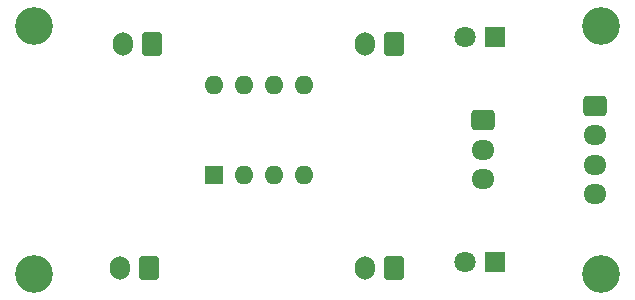
<source format=gbs>
G04 #@! TF.GenerationSoftware,KiCad,Pcbnew,8.0.2*
G04 #@! TF.CreationDate,2025-02-21T12:28:42+08:00*
G04 #@! TF.ProjectId,Indicators,496e6469-6361-4746-9f72-732e6b696361,rev?*
G04 #@! TF.SameCoordinates,Original*
G04 #@! TF.FileFunction,Soldermask,Bot*
G04 #@! TF.FilePolarity,Negative*
%FSLAX46Y46*%
G04 Gerber Fmt 4.6, Leading zero omitted, Abs format (unit mm)*
G04 Created by KiCad (PCBNEW 8.0.2) date 2025-02-21 12:28:42*
%MOMM*%
%LPD*%
G01*
G04 APERTURE LIST*
G04 Aperture macros list*
%AMRoundRect*
0 Rectangle with rounded corners*
0 $1 Rounding radius*
0 $2 $3 $4 $5 $6 $7 $8 $9 X,Y pos of 4 corners*
0 Add a 4 corners polygon primitive as box body*
4,1,4,$2,$3,$4,$5,$6,$7,$8,$9,$2,$3,0*
0 Add four circle primitives for the rounded corners*
1,1,$1+$1,$2,$3*
1,1,$1+$1,$4,$5*
1,1,$1+$1,$6,$7*
1,1,$1+$1,$8,$9*
0 Add four rect primitives between the rounded corners*
20,1,$1+$1,$2,$3,$4,$5,0*
20,1,$1+$1,$4,$5,$6,$7,0*
20,1,$1+$1,$6,$7,$8,$9,0*
20,1,$1+$1,$8,$9,$2,$3,0*%
G04 Aperture macros list end*
%ADD10RoundRect,0.250000X0.600000X0.750000X-0.600000X0.750000X-0.600000X-0.750000X0.600000X-0.750000X0*%
%ADD11O,1.700000X2.000000*%
%ADD12C,3.200000*%
%ADD13RoundRect,0.250000X-0.725000X0.600000X-0.725000X-0.600000X0.725000X-0.600000X0.725000X0.600000X0*%
%ADD14O,1.950000X1.700000*%
%ADD15R,1.800000X1.800000*%
%ADD16C,1.800000*%
%ADD17R,1.600000X1.600000*%
%ADD18O,1.600000X1.600000*%
G04 APERTURE END LIST*
D10*
X76250000Y-106500000D03*
D11*
X73750000Y-106500000D03*
D12*
X114500000Y-86000000D03*
D13*
X114000000Y-92750000D03*
D14*
X114000000Y-95250000D03*
X114000000Y-97750000D03*
X114000000Y-100250000D03*
D15*
X105540000Y-106000000D03*
D16*
X103000000Y-106000000D03*
D10*
X97000000Y-106475000D03*
D11*
X94500000Y-106475000D03*
D10*
X97000000Y-87500000D03*
D11*
X94500000Y-87500000D03*
D15*
X105500000Y-86900000D03*
D16*
X102960000Y-86900000D03*
D17*
X81700000Y-98620000D03*
D18*
X84240000Y-98620000D03*
X86780000Y-98620000D03*
X89320000Y-98620000D03*
X89320000Y-91000000D03*
X86780000Y-91000000D03*
X84240000Y-91000000D03*
X81700000Y-91000000D03*
D10*
X76500000Y-87500000D03*
D11*
X74000000Y-87500000D03*
D13*
X104525000Y-94000000D03*
D14*
X104525000Y-96500000D03*
X104525000Y-99000000D03*
D12*
X66500000Y-86000000D03*
X66500000Y-107000000D03*
X114500000Y-107000000D03*
M02*

</source>
